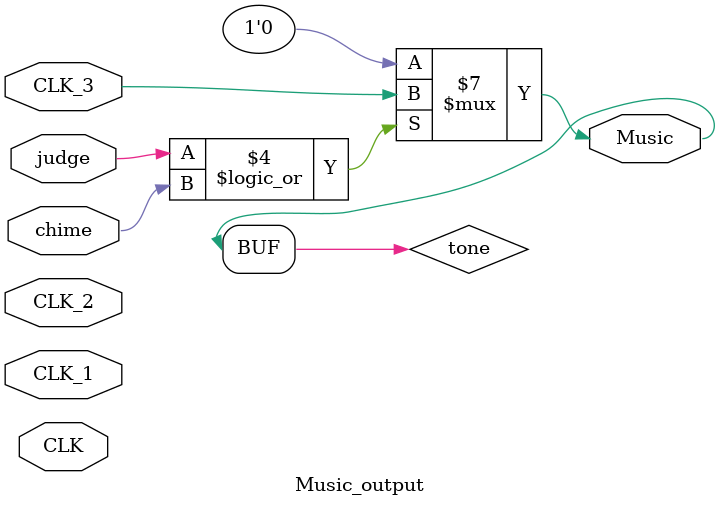
<source format=v>
module Music_output (
    input wire CLK,
    input wire CLK_1,
    input wire CLK_2,
    input wire CLK_3,
    input wire judge,
    input wire chime,
    output reg Music
);

reg tone;

always @(CLK) begin
    if (judge == 1'b1 || chime == 1'b1) begin
		tone <= CLK_3;
    end else begin
        tone <= 0;
        // tone = CLK_1;
    end
end

always @(*) begin
    Music <= tone;
end

endmodule

</source>
